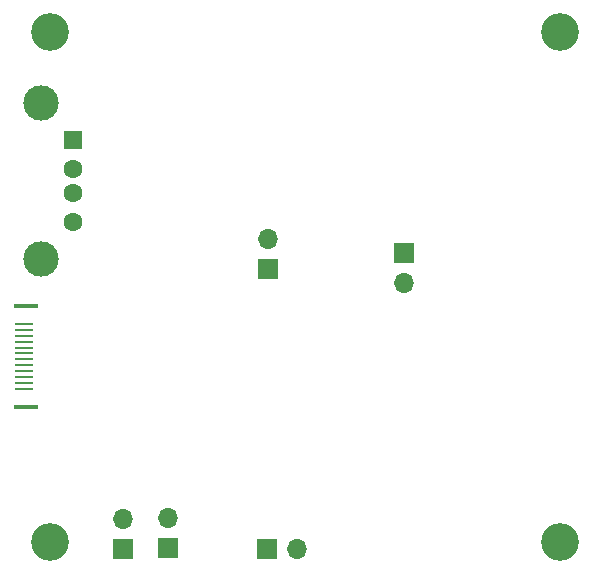
<source format=gbr>
%TF.GenerationSoftware,KiCad,Pcbnew,7.0.9*%
%TF.CreationDate,2024-01-24T01:25:47+03:00*%
%TF.ProjectId,PowerBank,506f7765-7242-4616-9e6b-2e6b69636164,rev?*%
%TF.SameCoordinates,Original*%
%TF.FileFunction,Soldermask,Bot*%
%TF.FilePolarity,Negative*%
%FSLAX46Y46*%
G04 Gerber Fmt 4.6, Leading zero omitted, Abs format (unit mm)*
G04 Created by KiCad (PCBNEW 7.0.9) date 2024-01-24 01:25:47*
%MOMM*%
%LPD*%
G01*
G04 APERTURE LIST*
%ADD10C,3.200000*%
%ADD11R,1.600000X0.180000*%
%ADD12R,2.000000X0.300000*%
%ADD13R,1.700000X1.700000*%
%ADD14O,1.700000X1.700000*%
%ADD15R,1.500000X1.600000*%
%ADD16C,1.600000*%
%ADD17C,3.000000*%
G04 APERTURE END LIST*
D10*
%TO.C,REF\u002A\u002A*%
X32400000Y-63400000D03*
%TD*%
D11*
%TO.C,X1*%
X30200000Y-50400000D03*
X30200000Y-49900000D03*
X30200000Y-49400000D03*
X30200000Y-48900000D03*
X30200000Y-48400000D03*
X30200000Y-47900000D03*
X30200000Y-47400000D03*
X30200000Y-46900000D03*
X30200000Y-46400000D03*
X30200000Y-45900000D03*
X30200000Y-45400000D03*
X30200000Y-44900000D03*
D12*
X30400000Y-51900000D03*
X30400000Y-43400000D03*
%TD*%
D10*
%TO.C,REF\u002A\u002A*%
X75600000Y-63400000D03*
%TD*%
D13*
%TO.C,J6*%
X50900000Y-40275000D03*
D14*
X50900000Y-37735000D03*
%TD*%
D10*
%TO.C,REF\u002A\u002A*%
X75600000Y-20200000D03*
%TD*%
D13*
%TO.C,J3*%
X62400000Y-38860000D03*
D14*
X62400000Y-41400000D03*
%TD*%
D13*
%TO.C,J4*%
X38600000Y-64000000D03*
D14*
X38600000Y-61460000D03*
%TD*%
D13*
%TO.C,J5*%
X42400000Y-63875000D03*
D14*
X42400000Y-61335000D03*
%TD*%
D15*
%TO.C,J1*%
X34360000Y-29300000D03*
D16*
X34360000Y-31800000D03*
X34360000Y-33800000D03*
X34360000Y-36300000D03*
D17*
X31650000Y-26230000D03*
X31650000Y-39370000D03*
%TD*%
D13*
%TO.C,J2*%
X50800000Y-64000000D03*
D14*
X53340000Y-64000000D03*
%TD*%
D10*
%TO.C,REF\u002A\u002A*%
X32400000Y-20200000D03*
%TD*%
M02*

</source>
